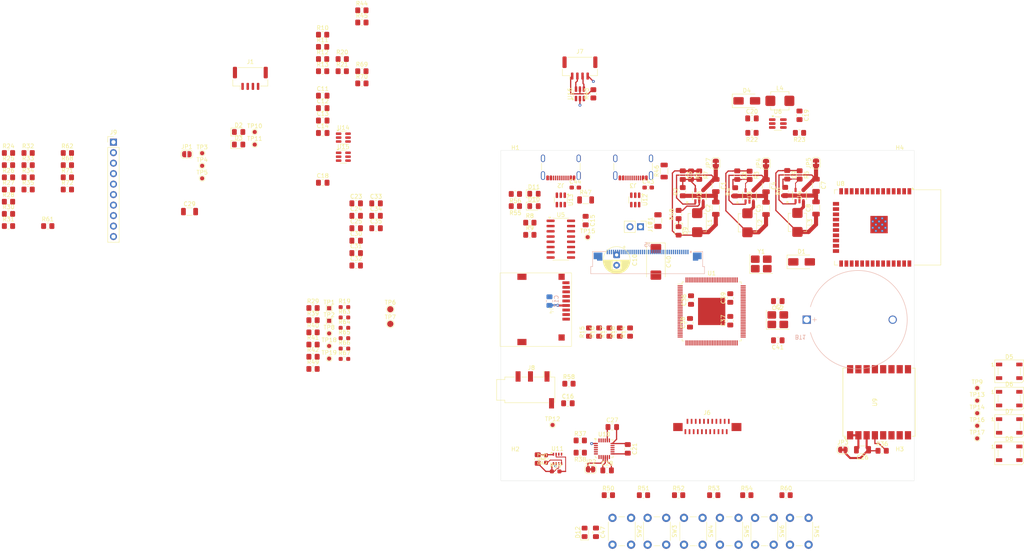
<source format=kicad_pcb>
(kicad_pcb (version 20241229) (generator "pcbnew") (generator_version "9.0")
  (title_block (title "V3s_Dev_Board") (date "2025/2026") (rev "A") (company "jakub.kmiecik@protonmail.com"))
  (layers (0 "F.Cu" signal) (2 "B.Cu" mixed) (13 "F.Paste" user) (15 "B.Paste" user) (5 "F.SilkS" user "F.Silkscreen") (7 "B.SilkS" user "B.Silkscreen") (1 "F.Mask" user) (3 "B.Mask" user) (25 "Edge.Cuts" user))
  (net 0 "")
  (net 1 "Net-(BT1-+)")
  (net 2 "GND")
  (net 3 "Net-(JP7-A)")
  (net 4 "+3.3V")
  (net 5 "Net-(U2-FB)")
  (net 6 "Net-(JP4-A)")
  (net 7 "+1.8V")
  (net 8 "Net-(U3-FB)")
  (net 9 "Net-(JP5-A)")
  (net 10 "+1.2V")
  (net 11 "Net-(U4-FB)")
  (net 12 "VCC")
  (net 13 "Net-(J1-Pin_1)")
  (net 14 "EPHY-RX-")
  (net 15 "EPHY-RX+")
  (net 16 "Net-(J1-Pin_2)")
  (net 17 "Net-(J1-Pin_3)")
  (net 18 "EPHY-TX-")
  (net 19 "Net-(J1-Pin_4)")
  (net 20 "EPHY-TX+")
  (net 21 "Net-(C16-Pad1)")
  (net 22 "LED_A")
  (net 23 "Net-(U1A-HPVCCBP)")
  (net 24 "Net-(U1A-VRA2)")
  (net 25 "Net-(U1A-VRA1)")
  (net 26 "Net-(JP3-B)")
  (net 27 "Net-(U10-CPOUT)")
  (net 28 "Net-(U10-REGOUT)")
  (net 29 "Net-(U1B-X32KOUT)")
  (net 30 "Net-(U1B-X32KIN)")
  (net 31 "Net-(U1B-RTC-VIO)")
  (net 32 "Net-(U1B-~{RESET})")
  (net 33 "Net-(U1B-SVREF0)")
  (net 34 "+3V")
  (net 35 "Net-(U1B-X24MIN)")
  (net 36 "Net-(U1B-X24MOUT)")
  (net 37 "Net-(U12-VBUS)")
  (net 38 "Net-(U13-VBUS)")
  (net 39 "LRADC")
  (net 40 "Net-(D2-K)")
  (net 41 "EPHY-LINK-LED")
  (net 42 "EPHY-SPD-LED")
  (net 43 "Net-(D3-K)")
  (net 44 "Net-(D4-A)")
  (net 45 "Net-(D5-DOUT)")
  (net 46 "RGB")
  (net 47 "Net-(D6-DOUT)")
  (net 48 "Net-(D7-DOUT)")
  (net 49 "Net-(D8-DOUT)")
  (net 50 "Net-(D9-K)")
  (net 51 "Net-(D10-K)")
  (net 52 "Net-(D11-K)")
  (net 54 "Net-(J2-CC1)")
  (net 56 "Net-(J2-D+-PadA6)")
  (net 57 "Net-(J2-D--PadA7)")
  (net 58 "Net-(J2-CC2)")
  (net 59 "Net-(J3-D+-PadA6)")
  (net 61 "Net-(J3-CC1)")
  (net 62 "Net-(J3-D--PadA7)")
  (net 64 "Net-(J3-CC2)")
  (net 65 "SDC0_D0")
  (net 66 "SDC0_CMD")
  (net 67 "SDC0_D1")
  (net 69 "SDC0_CLK")
  (net 70 "SDC0_D3")
  (net 71 "SDC0_D2")
  (net 72 "LCD_G6")
  (net 73 "LED_K")
  (net 74 "LCD_B5")
  (net 75 "LCD_VSYNC")
  (net 77 "LCD_R7")
  (net 79 "LCD_G5")
  (net 80 "LCD_B4")
  (net 81 "LCD_B6")
  (net 82 "LCD_R4")
  (net 83 "LCD_G7")
  (net 84 "LCD_B7")
  (net 85 "LCD_G4")
  (net 87 "LCD_HSYNC")
  (net 88 "LCD_G2")
  (net 89 "LCD_DE")
  (net 90 "LCD_B2")
  (net 91 "LCD_CLK")
  (net 93 "LCD_B3")
  (net 94 "LCD_R3")
  (net 95 "LCD_R5")
  (net 96 "LCD_R6")
  (net 97 "LCD_R2")
  (net 99 "LCD_G3")
  (net 100 "MCSI-D0N")
  (net 101 "MCSI-D1P")
  (net 102 "MCSI-CKN")
  (net 103 "CSI_SCK")
  (net 104 "MCSI-CKP")
  (net 105 "Net-(J6-Pin_18)")
  (net 106 "CAM_IO0")
  (net 107 "MCSI-D1N")
  (net 109 "MCSI-D0P")
  (net 112 "CSI_SDA")
  (net 114 "TWI0_SCK")
  (net 115 "TWI0_SDA")
  (net 116 "Net-(J7-Pin_1)")
  (net 117 "Net-(J8-PadS)")
  (net 118 "HPOUTR")
  (net 119 "HPCOM")
  (net 120 "HPOUTL")
  (net 121 "Net-(J9-Pin_2)")
  (net 122 "Net-(J9-Pin_7)")
  (net 123 "Net-(J9-Pin_3)")
  (net 124 "Net-(J9-Pin_1)")
  (net 125 "Net-(J9-Pin_5)")
  (net 126 "Net-(J9-Pin_4)")
  (net 127 "Net-(J9-Pin_6)")
  (net 128 "Net-(JP1-B)")
  (net 129 "Net-(JP2-A)")
  (net 130 "Net-(U2-LX)")
  (net 131 "Net-(U3-LX)")
  (net 132 "Net-(U4-LX)")
  (net 133 "Net-(U5-TXD)")
  (net 134 "UART0_RX")
  (net 135 "Net-(U5-RXD)")
  (net 136 "UART0_TX")
  (net 137 "Net-(U1A-EPHY-RTX)")
  (net 138 "Net-(R19-Pad2)")
  (net 139 "LCD_LED_PWM")
  (net 140 "SPI0_MOSI")
  (net 141 "SPI0_CS")
  (net 142 "SPI0_CLK")
  (net 143 "SPI0_MISO")
  (net 144 "PF6")
  (net 145 "SDC1_D0")
  (net 146 "SDC1_D1")
  (net 147 "SDC1_D2")
  (net 148 "SDC1_D3")
  (net 149 "SDC1_CMD")
  (net 150 "RA_RESET")
  (net 151 "Net-(U1B-SZQ)")
  (net 152 "Net-(R50-Pad2)")
  (net 153 "Net-(R51-Pad2)")
  (net 154 "Net-(R52-Pad2)")
  (net 155 "Net-(R53-Pad2)")
  (net 156 "Net-(R54-Pad2)")
  (net 157 "Net-(U11-SDO)")
  (net 158 "Net-(U11-CSB)")
  (net 159 "Net-(R60-Pad2)")
  (net 160 "Net-(U1A-PF2{slash}SDC0_CLK{slash}UART0_TX)")
  (net 161 "Net-(U1A-PE0{slash}CSI_PCLK{slash}LCD_CLK)")
  (net 162 "Net-(U1A-PC1{slash}SDC2_CMD{slash}SPI0_CLK)")
  (net 163 "SDC1_CLK")
  (net 164 "Net-(U1A-PG0{slash}SDC1_CLK{slash}PG_EINT0)")
  (net 165 "ESP32_UART_TX")
  (net 166 "Net-(U8-TXD0{slash}IO1)")
  (net 167 "Net-(U8-RXD0{slash}IO3)")
  (net 168 "ESP32_UART_RX")
  (net 169 "Net-(U1A-MICIN1P)")
  (net 170 "Net-(U1A-MICIN1N)")
  (net 171 "Net-(U8-IO0)")
  (net 172 "Net-(U5-~{DTR})")
  (net 173 "USB-")
  (net 174 "RA_INT")
  (net 175 "USB+")
  (net 176 "Net-(U5-UD-)")
  (net 184 "Net-(U5-UD+)")
  (footprint "Capacitor_SMD:C_0805_2012Metric_Pad1.18x1.45mm_HandSolder" (layer "F.Cu") (at 191 92.25 90)
    (property "Reference" "C36")
    (property "Value" "4u7")
  )
  (footprint "LED_SMD:LED_0805_2012Metric_Pad1.15x1.40mm_HandSolder" (layer "F.Cu") (at 153 66.5)
    (property "Reference" "D11")
    (property "Value" "LED-Y")
  )
  (footprint "MountingHole:MountingHole_3.2mm_M3" (layer "F.Cu") (at 148.5 59.5)
    (property "Reference" "H1")
    (property "Value" "MountingHole")
  )
  (footprint "TestPoint:TestPoint_Pad_D1.0mm" (layer "F.Cu") (at 260.25 125.75)
    (property "Reference" "TP17")
    (property "Value" "RGB4")
  )
  (footprint "Capacitor_SMD:C_0805_2012Metric_Pad1.18x1.45mm_HandSolder" (layer "F.Cu") (at 101.89 63.825)
    (property "Reference" "C18")
    (property "Value" "1u")
  )
  (footprint "Resistor_SMD:R_0805_2012Metric_Pad1.20x1.40mm_HandSolder" (layer "F.Cu") (at 25.85 74.325)
    (property "Reference" "R31")
    (property "Value" "10K")
  )
  (footprint "Connector_FFC-FPC:FPC_1x22-1MP_P0.5mm_Vertical" (layer "F.Cu") (at 194.89 122.625)
    (property "Reference" "J6")
    (property "Value" "MIPI CSI")
  )
  (footprint "Resistor_SMD:R_0805_2012Metric_Pad1.20x1.40mm_HandSolder" (layer "F.Cu") (at 168.75 100 90)
    (property "Reference" "R16")
    (property "Value" "10K")
  )
  (footprint "TestPoint:TestPoint_Pad_D1.0mm" (layer "F.Cu") (at 157.5 122.5)
    (property "Reference" "TP12")
    (property "Value" "MIC")
  )
  (footprint "Resistor_SMD:R_0805_2012Metric_Pad1.20x1.40mm_HandSolder" (layer "F.Cu") (at 196.5 139.5)
    (property "Reference" "R53")
    (property "Value" "12K")
  )
  (footprint "Resistor_SMD:R_0805_2012Metric_Pad1.20x1.40mm_HandSolder" (layer "F.Cu") (at 205.1875 62.0375 -90)
    (property "Reference" "R3")
    (property "Value" "200K")
  )
  (footprint "TestPoint:TestPoint_Pad_D1.0mm" (layer "F.Cu") (at 85.43 51.545)
    (property "Reference" "TP10")
    (property "Value" "CAM_OI0")
  )
  (footprint "Resistor_SMD:R_0805_2012Metric_Pad1.20x1.40mm_HandSolder" (layer "F.Cu") (at 25.85 62.525)
    (property "Reference" "R26")
    (property "Value" "150R")
  )
  (footprint "RF_Module:ESP32-WROOM-32" (layer "F.Cu") (at 235.59 74.655 -90)
    (property "Reference" "U8")
    (property "Value" "ESP32-WROOM-32")
  )
  (footprint "Resistor_SMD:R_0603_1608Metric_Pad0.98x0.95mm_HandSolder" (layer "F.Cu") (at 107.14 106.505)
    (property "Reference" "R67")
    (property "Value" "470R")
  )
  (footprint "Capacitor_SMD:C_0805_2012Metric_Pad1.18x1.45mm_HandSolder" (layer "F.Cu") (at 109.98 80.875)
    (property "Reference" "C31")
    (property "Value" "15p")
  )
  (footprint "Capacitor_SMD:C_0805_2012Metric_Pad1.18x1.45mm_HandSolder" (layer "F.Cu") (at 212 92.5 180)
    (property "Reference" "C42")
    (property "Value" "10p")
  )
  (footprint "Capacitor_THT:CP_Radial_D6.3mm_P2.50mm" (layer "F.Cu") (at 173 81.317621 -90)
    (property "Reference" "C10")
    (property "Value" "860u")
  )
  (footprint "Connector_PinHeader_2.54mm:PinHeader_1x10_P2.54mm_Vertical" (layer "F.Cu") (at 51.25 54.01)
    (property "Reference" "J9")
    (property "Value" "GPIO")
  )
  (footprint "Capacitor_SMD:C_0805_2012Metric_Pad1.18x1.45mm_HandSolder" (layer "F.Cu") (at 101.89 42.755)
    (property "Reference" "C11")
    (property "Value" "47n")
  )
  (footprint "Resistor_SMD:R_0805_2012Metric_Pad1.20x1.40mm_HandSolder" (layer "F.Cu") (at 30.6 56.625)
    (property "Reference" "R32")
    (property "Value" "10K")
  )
  (footprint "Inductor_SMD:L_APV_APH0420_HandSolder" (layer "F.Cu") (at 204.65 73.5375 -90)
    (property "Reference" "L2")
    (property "Value" "4u7")
  )
  (footprint "LED_SMD:LED_0805_2012Metric_Pad1.15x1.40mm_HandSolder" (layer "F.Cu") (at 153 69.5)
    (property "Reference" "D10")
    (property "Value" "LED-R")
  )
  (footprint "Crystal:Crystal_SMD_3225-4Pin_3.2x2.5mm_HandSoldering" (layer "F.Cu") (at 212 97)
    (property "Reference" "Y2")
    (property "Value" "24M")
  )
  (footprint "Resistor_SMD:R_0805_2012Metric_Pad1.20x1.40mm_HandSolder" (layer "F.Cu") (at 99.54 97.125)
    (property "Reference" "R39")
    (property "Value" "12K")
  )
  (footprint "Resistor_SMD:R_0805_2012Metric_Pad1.20x1.40mm_HandSolder" (layer "F.Cu") (at 25.85 71.375)
    (property "Reference" "R30")
    (property "Value" "10K")
  )
  (footprint "Package_SO:SOIC-16_3.9x9.9mm_P1.27mm" (layer "F.Cu") (at 159.5 77.5)
    (property "Reference" "U5")
    (property "Value" "CH340C")
  )
  (footprint "Resistor_SMD:R_0805_2012Metric_Pad1.20x1.40mm_HandSolder" (layer "F.Cu") (at 25.85 65.475)
    (property "Reference" "R27")
    (property "Value" "150R")
  )
  (footprint "Resistor_SMD:R_0805_2012Metric_Pad1.20x1.40mm_HandSolder" (layer "F.Cu") (at 40.1 59.575)
    (property "Reference" "R68")
    (property "Value" "100K")
  )
  (footprint "Inductor_SMD:L_APV_APH0420_HandSolder" (layer "F.Cu") (at 212.5 44)
    (property "Reference" "L4")
    (property "Value" "4u7")
  )
  (footprint "Resistor_SMD:R_0805_2012Metric_Pad1.20x1.40mm_HandSolder" (layer "F.Cu") (at 99.54 105.975)
    (property "Reference" "R42")
    (property "Value" "240R 1%")
  )
  (footprint "Resistor_SMD:R_0805_2012Metric_Pad1.20x1.40mm_HandSolder" (layer "F.Cu") (at 176.25 100 90)
    (property "Reference" "R14")
    (property "Value" "10K")
  )
  (footprint "Resistor_SMD:R_0805_2012Metric_Pad1.20x1.40mm_HandSolder" (layer "F.Cu") (at 204.5 139.5)
    (property "Reference" "R54")
    (property "Value" "18K")
  )
  (footprint "Package_TO_SOT_SMD:SOT-23-6" (layer "F.Cu") (at 159.5 68 -90)
    (property "Reference" "U13")
    (property "Value" "USBLC6-2SC6")
  )
  (footprint "Resistor_SMD:R_0805_2012Metric_Pad1.20x1.40mm_HandSolder" (layer "F.Cu") (at 148.5 66.55 180)
    (property "Reference" "R56")
    (property "Value" "2K")
  )
  (footprint "MountingHole:MountingHole_3.2mm_M3" (layer "F.Cu") (at 148.5 132.5)
    (property "Reference" "H2")
    (property "Value" "MountingHole")
  )
  (footprint "Resistor_SMD:R_0805_2012Metric_Pad1.20x1.40mm_HandSolder" (layer "F.Cu") (at 111.36 25.025)
    (property "Reference" "R45")
    (property "Value" "10K")
  )
  (footprint "RF_Module:Ai-Thinker-Ra-01-LoRa" (layer "F.Cu") (at 236.5 117 90)
    (property "Reference" "U9")
    (property "Value" "Ai-Thinker-Ra-02")
  )
  (footprint "TestPoint:TestPoint_Pad_D1.0mm" (layer "F.Cu") (at 260.25 122.7)
    (property "Reference" "TP16")
    (property "Value" "RGB3")
  )
  (footprint "Capacitor_SMD:C_1206_3216Metric" (layer "F.Cu") (at 69.66 70.825)
    (property "Reference" "C29")
    (property "Value" "10u")
  )
  (footprint "Resistor_SMD:R_0805_2012Metric_Pad1.20x1.40mm_HandSolder" (layer "F.Cu") (at 152 76.45)
    (property "Reference" "R9")
    (property "Value" "150R")
  )
  (footprint "Resistor_SMD:R_0805_2012Metric_Pad1.20x1.40mm_HandSolder" (layer "F.Cu") (at 111.36 22.075)
    (property "Reference" "R44")
    (property "Value" "10K")
  )
  (footprint "Button_Switch_THT:SW_PUSH_6mm" (layer "F.Cu") (at 185 145 -90)
    (property "Reference" "SW3")
    (property "Value" "BUT2")
  )
  (footprint "Resistor_SMD:R_0805_2012Metric_Pad1.20x1.40mm_HandSolder" (layer "F.Cu") (at 188 139.5)
    (property "Reference" "R52")
    (property "Value" "10K")
  )
  (footprint "Capacitor_SMD:C_0805_2012Metric_Pad1.18x1.45mm_HandSolder" (layer "F.Cu") (at 101.89 51.785)
    (property "Reference" "C14")
    (property "Value" "47n")
  )
  (footprint "Capacitor_SMD:C_1206_3216Metric" (layer "F.Cu") (at 221.25 69.95 90)
    (property "Reference" "C8")
    (property "Value" "10u")
  )
  (footprint "Inductor_SMD:L_APV_APH0420_HandSolder" (layer "F.Cu") (at 192.5 73.5 -90)
    (property "Reference" "L1")
    (property "Value" "4u7")
  )
  (footprint "Resistor_SMD:R_0805_2012Metric_Pad1.20x1.40mm_HandSolder" (layer "F.Cu") (at 99.54 108.925)
    (property "Reference" "R49")
    (property "Value" "10M")
  )
  (footprint "Resistor_SMD:R_0805_2012Metric_Pad1.20x1.40mm_HandSolder" (layer "F.Cu") (at 171.25 100 90)
    (property "Reference" "R17")
    (property "Value" "10K")
  )
  (footprint "Resistor_SMD:R_0805_2012Metric_Pad1.20x1.40mm_HandSolder" (layer "F.Cu") (at 164.2 129.2 180)
    (property "Reference" "R38")
    (property "Value" "4K7")
  )
  (footprint "Capacitor_SMD:C_0603_1608Metric_Pad1.08x0.95mm_HandSolder" (layer "F.Cu") (at 180.6375 65)
    (property "Reference" "C43")
    (property "Value" "100n")
  )
  (footprint "Resistor_SMD:R_0805_2012Metric_Pad1.20x1.40mm_HandSolder" (layer "F.Cu") (at 213.7875 65.95 90)
    (property "Reference" "R6")
    (property "Value" "100K")
  )
  (footprint "TestPoint:TestPoint_Pad_D1.0mm" (layer "F.Cu") (at 103.44 106.425)
    (property "Reference" "TP19")
    (property "Value" "PF6")
  )
  (footprint "Capacitor_SMD:C_0805_2012Metric_Pad1.18x1.45mm_HandSolder" (layer "F.Cu") (at 212 102 180)
    (property "Reference" "C41")
    (property "Value" "10p")
  )
  (footprint "Package_TO_SOT_SMD:SOT-23-6" (layer "F.Cu") (at 106.87 57.525)
    (property "Reference" "U15")
    (property "Value" "USBLC6-2SC6")
  )
  (footprint "Resistor_SMD:R_0603_1608Metric_Pad0.98x0.95mm_HandSolder" (layer "F.Cu") (at 107.14 96.465)
    (property "Reference" "R63")
    (property "Value" "33R")
  )
  (footprint "TestPoint:TestPoint_Pad_1.0x1.0mm" (layer "F.Cu") (at 103.44 97.275)
    (property "Reference" "TP2")
    (property "Value" "MIC-")
  )
  (footprint "Capacitor_SMD:C_0805_2012Metric_Pad1.18x1.45mm_HandSolder" (layer "F.Cu") (at 109.98 74.855)
    (property "Reference" "C25")
    (property "Value" "1u")
  )
  (footprint "Resistor_SMD:R_0805_2012Metric_Pad1.20x1.40mm_HandSolder" (layer "F.Cu") (at 179.5 139.5)
    (property "Reference" "R51")
    (property "Value" "7K5")
  )
  (footprint "Capacitor_SMD:C_0805_2012Metric_Pad1.18x1.45mm_HandSolder" (layer "F.Cu") (at 202.1875 62 -90)
    (property "Reference" "C6")
    (property "Value" "22p")
  )
  (footprint "TestPoint:TestPoint_Pad_D1.0mm" (layer "F.Cu") (at 166 77)
    (property "Reference" "TP15")
    (property "Value" "DTR")
  )
  (footprint "Diode_SMD:D_SMA" (layer "F.Cu") (at 217.75 83)
    (property "Reference" "D1")
    (property "Value" "SS14")
  )
  (footprint "Resistor_SMD:R_0805_2012Metric_Pad1.20x1.40mm_HandSolder" (layer "F.Cu") (at 101.86 27.975)
    (property "Reference" "R10")
    (property "Value" "5K1")
  )
  (footprint "footprints:SY8089AAAC_SGY" (layer "F.Cu") (at 217.25 66.95 90)
    (property "Reference" "U4")
    (property "Value" "SY8089AAAC")
  )
  (footprint "LED_SMD:LED_0805_2012Metric_Pad1.15x1.40mm_HandSolder" (layer "F.Cu") (at 165.25 148.5 90)
    (property "Reference" "D12")
    (property "Value" "LED-B")
  )
  (footprint "Capacitor_SMD:C_1206_3216Metric" (layer "F.Cu") (at 221.25 64.45 -90)
    (property "Reference" "C7")
    (property "Value" "10u")
  )
  (footprint "TestPoint:TestPoint_Pad_D1.0mm" (layer "F.Cu") (at 72.71 56.675)
    (property "Reference" "TP3")
    (property "Value" "ESPTX")
  )
  (footprint "Jumper:SolderJumper-2_P1.3mm_Bridged_RoundedPad1.0x1.5mm" (layer "F.Cu") (at 197 59.15 90)
    (property "Reference" "JP7")
    (property "Value" "pwr")
  )
  (footprint "Resistor_SMD:R_1206_3216Metric" (layer "F.Cu") (at 165.5 68)
    (property "Reference" "R47")
    (property "Value" "1R")
  )
  (footprint "Resistor_SMD:R_0805_2012Metric_Pad1.20x1.40mm_HandSolder" (layer "F.Cu") (at 30.6 62.525)
    (property "Reference" "R34")
    (property "Value" "10K")
  )
  (footprint "Resistor_SMD:R_0805_2012Metric_Pad1.20x1.40mm_HandSolder" (layer "F.Cu") (at 167.375 42.3 90)
    (property "Reference" "R43")
    (property "Value" "3R3")
  )
  (footprint "Capacitor_SMD:C_1206_3216Metric" (layer "F.Cu") (at 197 64.5 -90)
    (property "Reference" "C1")
    (property "Value" "10u")
  )
  (footprint "Resistor_SMD:R_0603_1608Metric_Pad0.98x0.95mm_HandSolder" (layer "F.Cu") (at 107.14 98.975)
    (property "Reference" "R64")
    (property "Value" "33R")
  )
  (footprint "Resistor_SMD:R_0805_2012Metric_Pad1.20x1.40mm_HandSolder" (layer "F.Cu") (at 111.36 39.775)
    (property "Reference" "R70")
    (property "Value" "4K7")
  )
  (footprint "Resistor_SMD:R_0805_2012Metric_Pad1.20x1.40mm_HandSolder" (layer "F.Cu") (at 99.54 100.075)
    (property "Reference" "R40")
    (property "Value" "2K")
  )
  (footprint "Capacitor_SMD:C_1206_3216Metric" (layer "F.Cu") (at 209.15 64.5375 -90)
    (property "Reference" "C4")
    (property "Value" "10u")
  )
  (footprint "Resistor_SMD:R_0805_2012Metric_Pad1.20x1.40mm_HandSolder" (layer "F.Cu") (at 166.3 100 90)
    (property "Reference" "R15")
    (property "Value" "10K")
  )
  (footprint "Jumper:SolderJumper-2_P1.3mm_Bridged_RoundedPad1.0x1.5mm" (layer "F.Cu") (at 209.15 59.1875 90)
    (property "Reference" "JP4")
    (property "Value" "pwr")
  )
  (footprint "Connector_PinHeader_2.54mm:PinHeader_1x02_P2.54mm_Vertical" (layer "F.Cu") (at 178.775 74.5 -90)
    (property "Reference" "J10")
    (property "Value" "Power")
  )
  (footprint "LED_SMD:LED_WS2812B_PLCC4_5.0x5.0mm_P3.2mm" (layer "F.Cu") (at 268 116.12)
    (property "Reference" "D6")
    (property "Value" "WS2812B")
  )
  (footprint "LED_SMD:LED_WS2812B_PLCC4_5.0x5.0mm_P3.2mm" (layer "F.Cu") (at 268 109.5)
    (property "Reference" "D5")
    (property "Value" "WS2812B")
  )
  (footprint "Capacitor_SMD:C_0805_2012Metric_Pad1.18x1.45mm_HandSolder" (layer "F.Cu") (at 170.7 133.5)
    (property "Reference" "C28")
    (property "Value" "100n")
  )
  (footprint "Jumper:SolderJumper-2_P1.3mm_Bridged_RoundedPad1.0x1.5mm" (layer "F.Cu") (at 166.7 133.25)
    (property "Reference" "JP2")
    (property "Value" "ADRES")
  )
  (footprint "TestPoint:TestPoint_Pad_D1.0mm" (layer "F.Cu") (at 260.25 119.65)
    (property "Reference" "TP14")
    (property "Value" "RGB2")
  )
  (footprint "Jumper:SolderJumper-2_P1.3mm_Open_RoundedPad1.0x1.5mm" (layer "F.Cu") (at 69.01 56.925)
    (property "Reference" "JP1")
    (property "Value" "wlan_off")
  )
  (footprint "Button_Switch_THT:SW_PUSH_6mm" (layer "F.Cu") (at 193.8 145 -90)
    (property "Reference" "SW4")
    (property "Value" "BUT3")
  )
  (footprint "Capacitor_SMD:C_0805_2012Metric_Pad1.18x1.45mm_HandSolder" (layer "F.Cu") (at 101.89 45.765)
    (property "Reference" "C12")
    (property "Value" "47n")
  )
  (footprint "Resistor_SMD:R_0805_2012Metric_Pad1.20x1.40mm_HandSolder" (layer "F.Cu") (at 106.61 36.825)
    (property "Reference" "R21")
    (property "Value" "2K")
  )
  (footprint "Capacitor_SMD:C_1206_3216Metric" (layer "F.Cu") (at 197 70 90)
    (property "Reference" "C2")
    (property "Value" "10u")
  )
  (footprint "Resistor_SMD:R_0805_2012Metric_Pad1.20x1.40mm_HandSolder" (layer "F.Cu") (at 25.85 59.575)
    (property "Reference" "R25")
    (property "Value" "150R")
  )
  (footprint "Resistor_SMD:R_0805_2012Metric_Pad1.20x1.40mm_HandSolder" (layer "F.Cu") (at 188 71.525 90)
    (property "Reference" "R48")
    (property "Value" "7K5")
  )
  (footprint "TestPoint:TestPoint_Pad_D1.0mm" (layer "F.Cu") (at 103.44 103.375)
    (property "Reference" "TP18")
    (property "Value" "CAM_IO0")
  )
  (footprint "LED_SMD:LED_0805_2012Metric_Pad1.15x1.40mm_HandSolder" (layer "F.Cu") (at 188 75.5 -90)
    (property "Reference" "D9")
    (property "Value" "LED-G")
  )
  (footprint "footprints:SY8089AAAC_SGY" (layer "F.Cu") (at 205.15 67.0375 90)
    (property "Reference" "U3")
    (property "Value" "SY8089AAAC")
  )
  (footprint "Resistor_SMD:R_0805_2012Metric_Pad1.20x1.40mm_HandSolder" (layer "F.Cu") (at 193 62 -90)
    (property "Reference" "R7")
    (property "Value" "680K")
  )
  (footprint "Resistor_SMD:R_0603_1608Metric_Pad0.98x0.95mm_HandSolder" (layer "F.Cu") (at 107.14 101.485)
    (property "Reference" "R65")
    (property "Value" "33R")
  )
  (footprint "Resistor_SMD:R_0805_2012Metric_Pad1.20x1.40mm_HandSolder" (layer "F.Cu") (at 189 66 90)
    (property "Reference" "R2")
    (property "Value" "75K")
  )
  (footprint "Connector_JST:JST_GH_BM04B-GHS-TBT_1x04-1MP_P1.25mm_Vertical" (layer "F.Cu") (at 84.37 38.545)
    (property "Reference" "J1")
    (property "Value" "JST_ETHERNET")
  )
  (footprint "Capacitor_SMD:C_0805_2012Metric_Pad1.18x1.45mm_HandSolder" (layer "F.Cu") (at 109.98 68.835)
    (property "Reference" "C23")
    (property "Value" "10u")
  )
  (footprint "Capacitor_SMD:C_0805_2012Metric_Pad1.18x1.45mm_HandSolder" (layer "F.Cu") (at 161.2125 117.25)
    (property "Reference" "C16")
    (property "Value" "100n")
  )
  (footprint "Resistor_SMD:R_0805_2012Metric_Pad1.20x1.40mm_HandSolder" (layer "F.Cu") (at 152 73.5)
    (property "Reference" "R8")
    (property "Value" "150R")
  )
  (footprint "Package_TO_SOT_SMD:SOT-23-6" (layer "F.Cu") (at 164.125 42.3 90)
    (property "Reference" "U16")
    (property "Value" "USBLC6-2SC6")
  )
  (footprint "Resistor_SMD:R_0805_2012Metric_Pad1.20x1.40mm_HandSolder" (layer "F.Cu") (at 205.75 51.75 180)
    (property "Reference" "R22")
    (property "Value" "10R")
  )
  (footprint "Resistor_SMD:R_0805_2012Metric_Pad1.20x1.40mm_HandSolder" (layer "F.Cu") (at 161.4625 112.5)
    (property "Reference" "R58")
    (property "Value" "22R")
  )
  (footprint "Sensor_Motion:InvenSense_QFN-24_4x4mm_P0.5mm" (layer "F.Cu") (at 170 128.25)
    (property "Reference" "U10")
    (property "Value" "MPU-6050")
  )
  (footprint "Capacitor_SMD:C_0805_2012Metric_Pad1.18x1.45mm_HandSolder" (layer "F.Cu") (at 189 62 -90)
    (property "Reference" "C3")
    (property "Value" "22p")
  )
  (footprint "Resistor_SMD:R_0805_2012Metric_Pad1.20x1.40mm_HandSolder" (layer "F.Cu") (at 191 62 -90)
    (property "Reference" "R1")
    (property "Value" "680K")
  )
  (footprint "TestPoint:TestPoint_Pad_D1.0mm" (layer "F.Cu") (at 72.71 59.725)
    (property "Reference" "TP4")
    (property "Value" "EXPRX")
  )
  (footprint "Capacitor_SMD:C_0805_2012Metric_Pad1.18x1.45mm_HandSolder" (layer "F.Cu") (at 171.95 123)
    (property "Reference" "C27")
    (property "Value" "2n2")
  )
  (footprint "Resistor_SMD:R_0805_2012Metric_Pad1.20x1.40mm_HandSolder" (layer "F.Cu") (at 30.6 59.575)
    (property "Reference" "R33")
    (property "Value" "10K")
  )
  (footprint "Crystal:Crystal_SMD_3225-4Pin_3.2x2.5mm_HandSoldering" (layer "F.Cu") (at 208 83.5)
    (property "Reference" "Y1")
    (property "Value" "24M")
  )
  (footprint "Resistor_SMD:R_0805_2012Metric_Pad1.20x1.40mm_HandSolder" (layer "F.Cu") (at 171 139.5)
    (property "Reference" "R50")
    (property "Value" "5K1")
  )
  (footprint "Resistor_SMD:R_0603_1608Metric_Pad0.98x0.95mm_HandSolder" (layer "F.Cu") (at 155.9125 130.75 90)
    (property "Reference" "R57")
    (property "Value" "10K")
  )
  (footprint "Resistor_SMD:R_0805_2012Metric_Pad1.20x1.40mm_HandSolder" (layer "F.Cu") (at 30.6 65.475)
    (property "Reference" "R35")
    (property "Value" "10K")
  )
  (footprint "TestPoint:TestPoint_Pad_D1.0mm" (layer "F.Cu") (at 85.43 54.595)
    (property "Reference" "TP11")
    (property "Value" "CAM_IO1")
  )
  (footprint "Capacitor_SMD:C_0805_2012Metric_Pad1.18x1.45mm_HandSolder" (layer "F.Cu") (at 175.7 128.2875 -90)
    (property "Reference" "C21")
    (property "Value" "100n")
  )
  (footprint "LED_SMD:LED_0805_2012Metric_Pad1.15x1.40mm_HandSolder" (layer "F.Cu") (at 81.535 51.54)
    (property "Reference" "D2")
    (property "Value" "LED")
  )
  (footprint "Button_Switch_THT:SW_PUSH_6mm" (layer "F.Cu") (at 202.5 145 -90)
    (property "Reference" "SW5")
    (property "Value" "BUT4")
  )
  (footprint "Package_LGA:Bosch_LGA-8_2.5x2.5mm_P0.65mm_ClockwisePinNumbering" (layer "F.Cu") (at 158.6875 130.725)
    (property "Reference" "U11")
    (property "Value" "BME280")
  )
  (footprint "Resistor_SMD:R_0805_2012Metric_Pad1.20x1.40mm_HandSolder" (layer "F.Cu") (at 217.25 51.75 180)
    (property "Reference" "R23")
    (property "Value" "10K")
  )
  (footprint "Resistor_SMD:R_0805_2012Metric_Pad1.20x1.40mm_HandSolder" (layer "F.Cu") (at 106.61 33.875)
    (property "Reference" "R20")
    (property "Value" "2K")
  )
  (footprint "Capacitor_SMD:C_0805_2012Metric_Pad1.18x1.45mm_HandSolder" (layer "F.Cu") (at 168 148.5 -90)
    (property "Reference" "C47")
    (property "Value" "1n")
  )
  (footprint "Jumper:SolderJumper-2_P1.3mm_Bridged_RoundedPad1.0x1.5mm" (layer "F.Cu") (at 227.75 128.5)
    (property "Reference" "JP3")
    (property "Value" "pwr")
  )
  (footprint "Resistor_SMD:R_0805_2012Metric_Pad1.20x1.40mm_HandSolder" (layer "F.Cu") (at 101.86 33.875)
    (property "Reference" "R12")
    (property "Value" "5K1")
  )
  (footprint "Fuse:Fuse_1206_3216Metric" (layer "F.Cu") (at 183 73 90)
    (property "Reference" "F1")
    (property "Value" "PCB fuse")
  )
  (footprint "Resistor_SMD:R_0805_2012Metric_Pad1.20x1.40mm_HandSolder" (layer "F.Cu") (at 164.2 126.25)
    (property "Reference" "R37")
    (property "Value" "4K7")
  )
  (footprint "Capacitor_SMD:C_1206_3216Metric" (layer "F.Cu") (at 232.5 128.5 180)
    (property "Reference" "C26")
    (property "Value" "10u")
  )
  (footprint "Capacitor_SMD:C_0805_2012Metric_Pad1.18x1.45mm_HandSolder" (layer "F.Cu") (at 114.79 71.845)
    (property "Reference" "C34")
    (property "Value" "100n")
  )
  (footprint "Resistor_SMD:R_0805_2012Metric_Pad1.20x1.40mm_HandSolder" (layer "F.Cu") (at 148.5 69.5 180)
    (property "Reference" "R55")
    (property "Value" "2K")
  )
  (footprint "TestPoint:TestPoint_Pad_D1.0mm" (layer "F.Cu") (at 72.71 62.775)
    (property "Reference" "TP5")
    (property "Value" "BOOT")
  )
  (footprint "Resistor_SMD:R_0603_1608Metric_Pad0.98x0.95mm_HandSolder" (layer "F.Cu") (at 107.14 93.955)
    (property "Reference" "R19")
    (property "Value" "5K6")
  )
  (footprint "Capacitor_SMD:C_0805_2012Metric_Pad1.18x1.45mm_HandSolder" (layer "F.Cu") (at 190.75 97.75 90)
    (property "Reference" "C38")
    (property "Value" "4u7")
  )
  (footprint "Resistor_SMD:R_0805_2012Metric_Pad1.20x1.40mm_HandSolder" (layer "F.Cu") (at 40.1 65.475)
    (property "Reference" "R72")
    (property "Value" "150R")
  )
  (footprint "TestPoint:TestPoint_Pad_1.0x1.0mm" (layer "F.Cu") (at 103.44 94.225)
    (property "Reference" "TP1")
    (property "Value" "MIC+")
  )
  (footprint "LED_SMD:LED_WS2812B_PLCC4_5.0x5.0mm_P3.2mm" (layer "F.Cu") (at 268 129.36)
    (property "Reference" "D8")
    (property "Value" "WS2812B")
  )
  (footprint "Resistor_SMD:R_0805_2012Metric_Pad1.20x1.40mm_HandSolder" (layer "F.Cu") (at 40.1 62.525)
    (property "Reference" "R71")
    (property "Value" "150R")
  )
  (footprint "Connector_USB:USB_C_Receptacle_GCT_USB4105-xx-A_16P_TopMnt_Horizontal" (layer "F.Cu") (at 159.5 59 180)
    (property "Reference" "J2")
    (property "Value" "USB_C_Receptacle_USB2.0_16P")
  )
  (footprint "Resistor_SMD:R_0805_2012Metric_Pad1.20x1.40mm_HandSolder" (layer "F.Cu") (at 25.85 68.425)
    (property "Reference" "R28")
    (property "Value" "150R")
  )
  (footprint "Resistor_SMD:R_0603_1608Metric_Pad0.98x0.95mm_HandSolder" (layer "F.Cu") (at 158.25 133.75)
    (property "Reference" "R59")
    (property "Value" "10K")
  )
  (footprint "TestPoint:TestPoint_Pad_D1.0mm" (layer "F.Cu") (at 260.25 116.6)
    (property "Reference" "TP13")
    (property "Value" "RGB1")
  )
  (footprint "MountingHole:MountingHole_3.2mm_M3" (layer "F.Cu") (at 241.5 59.5)
    (property "Reference" "H4")
    (property "Value" "MountingHole")
  )
  (footprint "TestPoint:TestPoint_Pad_D1.0mm" (layer "F.Cu") (at 103.44 100.325)
    (property "Reference" "TP8")
    (property "Value" "LRADC")
  )
  (footprint "Capacitor_SMD:C_0805_2012Metric_Pad1.18x1.45mm_HandSolder" (layer "F.Cu") (at 101.89 48.775)
    (property "Reference" "C13")
    (property "Value" "47n")
  )
  (footprint "footprints:SY8089AAAC_SGY" (layer "F.Cu") (at 193 67 90)
    (property "Reference" "U2")
    (property "Value" "SY8089AAAC")
  )
  (footprint "Resistor_SMD:R_0805_2012Metric_Pad1.20x1.40mm_HandSolder" (layer "F.Cu") (at 99.54 103.025)
    (property "Reference" "R41")
    (property "Value" "2K")
  )
  (footprint "Resistor_SMD:R_0805_2012Metric_Pad1.20x1.40mm_HandSolder" (layer "F.Cu") (at 217.2875 61.95 -90)
    (property "Reference" "R5")
    (property "Value" "100K")
  )
  (footprint "Resistor_SMD:R_0805_2012Metric_Pad1.20x1.40mm_HandSolder" (layer "F.Cu") (at 35.35 74.325)
    (property "Reference" "R61")
    (property "Value" "150R")
  )
  (footprint "Resistor_SMD:R_0805_2012Metric_Pad1.20x1.40mm_HandSolder" (layer "F.Cu") (at 25.85 56.625)
    (property "Reference" "R24")
    (property "Value" "150R")
  )
  (footprint "Resistor_SMD:R_0805_2012Metric_Pad1.20x1.40mm_HandSolder" (layer "F.Cu") (at 99.54 94.175)
    (property "Reference" "R29")
    (property "Value" "200K")
  )
  (footprint "Button_Switch_THT:SW_PUSH_6mm" (layer "F.Cu") (at 211 145 -90)
    (property "Reference" "SW6")
    (property "Value" "BUT5")
  )
  (footprint "Inductor_SMD:L_APV_APH0420_HandSolder" (layer "F.Cu") (at 216.75 73.45 -90)
    (property "Reference" "L3")
    (property "Value" "4u7")
  )
  (footprint "MountingHole:MountingHole_3.2mm_M3" (layer "F.Cu") (at 241.5 132.5)
    (property "Reference" "H3")
    (property "Value" "MountingHole")
  )
  (footprint "Resistor_SMD:R_0805_2012Metric_Pad1.20x1.40mm_HandSolder" (layer "F.Cu") (at 101.86 36.825)
    (property "Reference" "R13")
    (property "Value" "5K1")
  )
  (footprint "allwinner_SiPs:eLQFP-128_14x14_Pitch0.4mm_EPAD_6.60mm" (layer "F.Cu") (at 196 95)
    (property "Reference" "U1")
    (property "Value" "Allwinner_V3s")
  )
  (footprint "Resistor_SMD:R_0805_2012Metric_Pad1.20x1.40mm_HandSolder" (layer "F.Cu") (at 201.6875 66.0375 90)
    (property "Reference" "R4")
    (property "Value" "100K")
  )
  (footprint "Connector_Audio:Jack_3.5mm_PJ320D_Horizontal" (layer "F.Cu") (at 152.33 114)
    (property "Reference" "J8")
    (property "Value" "AudioJack")
  )
  (footprint "Capacitor_SMD:C_0805_2012Metric_Pad1.18x1.45mm_HandSolder" (layer "F.Cu") (at 205.75 48.25)
    (property "Reference" "C20")
    (property "Value" "220n")
  )
  (footprint "Capacitor_SMD:C_0805_2012Metric_Pad1.18x1.45mm_HandSolder" (layer "F.Cu") (at 109.98 83.885)
    (property "Reference" "C32")
    (property "Value" "4u7")
  )
  (footprint "Capacitor_SMD:C_0805_2012Metric_Pad1.18x1.45mm_HandSolder" (layer "F.Cu") (at 109.98 77.865)
    (property "Reference" "C30")
    (property "Value" "15p")
  )
  (footprint "Capacitor_SMD:C_0805_2012Metric_Pad1.18x1.45mm_HandSolder" (layer "F.Cu") (at 153.9125 130.75 -90)
    (property "Reference" "C45")
    (property "Value" "100n")
  )
  (footprint "Resistor_SMD:R_0805_2012Metric_Pad1.20x1.40mm_HandSolder" (layer "F.Cu") (at 101.86 30.925)
    (property "Reference" "R11")
    (property "Value" "5K1")
  )
  (footprint "Capacitor_SMD:C_0805_2012Metric_Pad1.18x1.45mm_HandSolder" (layer "F.Cu") (at 114.79 68.835)
    (property "Reference" "C33")
    (property "Value" "220n")
  )
  (footprint "Resistor_SMD:R_0805_2012Metric_Pad1.20x1.40mm_HandSolder" (layer "F.Cu") (at 214 139.5)
    (property "Reference" "R60")
    (property "Value" "33K")
  )
  (footprint "Button_Switch_THT:SW_PUSH_6mm" (layer "F.Cu") (at 176.5 145 -90)
    (property "Reference" "SW2")
    (property "Value" "BUT1")
  )
  (footprint "LED_SMD:LED_0805_2012Metric_Pad1.15x1.40mm_HandSolder" (layer "F.Cu") (at 81.535 54.58)
    (property "Reference" "D3")
    (property "Value" "LED")
  )
  (footprint "Resistor_SMD:R_0805_2012Metric_Pad1.20x1.40mm_HandSolder" (layer "F.Cu") (at 40.1 56.625)
    (property "Reference" "R62")
    (property "Value" "150R")
  )
  (footprint "Connector_JST:JST_GH_BM04B-GHS-TBT_1x04-1MP_P1.25mm_Vertical" (layer "F.Cu") (at 164.125 36.05)
    (property "Reference" "J7")
    (property "Value" "JST_I2C")
  )
  (footprint "Resistor_SMD:R_0805_2012Metric_Pad1.20x1.40mm_HandSolder" (layer "F.Cu") (at 111.36 36.825)
    (property "Reference" "R69")
    (property "Value" "4K7")
  )
  (footprint "Capacitor_SMD:C_1206_3216Metric" (layer "F.Cu") (at 209.15 70.0375 90)
    (property "Reference" "C5")
    (property "Value" "10u")
  )
  (footprint "Capacitor_SMD:C_0805_2012Metric_Pad1.18x1.45mm_HandSolder" (layer "F.Cu") (at 200.5 91.75 90)
    (property "Reference" "C39")
    (property "Value" "2u2")
  )
  (footprint "Capacitor_Tantalum_SMD:CP_EIA-7343-15_Kemet-W_HandSolder" (layer "F.Cu") (at 182.5 83 -90)
    (property "Reference" "C40")
    (property "Value" "330u")
  )
  (footprint "Package_TO_SOT_SMD:SOT-23-6" (layer "F.Cu") (at 177.5 68 -90)
    (property "Reference" "U12")
    (property "Value" "USBLC6-2SC6")
  )
  (footprint "Capacitor_SMD:C_0805_2012Metric_Pad1.18x1.45mm_HandSolder" (layer "F.Cu") (at 214.2875 61.9125 -90)
    (property "Reference" "C9")
    (property "Value" "22p")
  )
  (footprint "TestPoint:TestPoint_Pad_D1.0mm" (layer "F.Cu") (at 260.25 113.55)
    (property "Reference" "TP9")
    (property "Value" "DOUT")
  )
  (footprint "Connector_USB:USB_C_Receptacle_GCT_USB4105-xx-A_16P_TopMnt_Horizontal" (layer "F.Cu") (at 177 59 180)
    (property "Reference" "J3")
    (property "Value" "USB_C_Receptacle_USB2.0_16P")
  )
  (footprint "Package_TO_SOT_SMD:SOT-23-6_Handsoldering" (layer "F.Cu") (at 212 49.5)
    (property "Reference" "U6")
    (property "Value" "PT4103")
  )
  (footprint "Capacitor_SMD:C_0805_2012Metric_Pad1.18x1.45mm_HandSolder" (layer "F.Cu") (at 114.79 74.855)
    (property "Reference" "C35")
    (property "Value" "100n")
  )
  (footprint "Capacitor_SMD:C_0805_2012Metric_Pad1.18x1.45mm_HandSolder" (layer "F.Cu") (at 200.5 97.25 90)
    (property "Reference" "C37")
    (property "Value" "4u7")
  )
  (footprint "Button_Switch_THT:SW_PUSH_6mm" (layer "F.Cu") (at 219.45 145 -90)
    (property "Reference" "SW1")
    (property "Value" "BUT6")
  )
  (footprint "Resistor_SMD:R_0805_2012Metric_Pad1.20x1.40mm_HandSolder" (layer "F.Cu") (at 237.25 128.75)
    (property "Reference" "R36")
    (property "Value" "10K")
  )
  (footprint "Capacitor_SMD:C_0805_2012Metric_Pad1.18x1.45mm_HandSolder" (layer "F.Cu") (at 217.25 47.5 -90)
    (property "Reference" "C19")
    (property "Value" "2u2")
  )
  (footprint "Resistor_SMD:R_1206_3216Metric" (layer "F.Cu") (at 184.5 61 90)
    (property "Reference" "R46")
    (property "Value" "1R")
  )
  (footprint "Jumper:SolderJumper-2_P1.3mm_Bridged_RoundedPad1.0x1.5mm" (layer "F.Cu") (at 221.25 59.1 90)
    (property "Reference" "JP5")
    (property "Value" "pwr")
  )
  (footprint "Connector_Card:microSD" (layer "F.Cu") (at 165.1875 84.5625 -90)
    (property "Reference" "J4")
    (property "Value" "Micro_SD_Card_Det1")
  )
  (footprint "Diode_SMD:D_SMA" (layer "F.Cu") (at 204.5 44)
    (property "Reference" "D4")
    (property "Value" "SS14")
  )
  (footprint "Capacitor_SMD:C_0805_2012Metric_Pad1.18x1.45mm_HandSolder" (layer "F.Cu") (at 109.98 71.845)
    (property "Reference" "C24")
    (property "Value" "4u7")
  )
  (footprint "Capacitor_SMD:C_0805_2012Metric_Pad1.18x1.45mm_HandSolder" (layer "F.Cu") (at 165.5 73 -90)
    (property "Reference" "C15")
    (property "Value" "100n")
  )
  (footprint "Package_TO_SOT_SMD:SOT-23-6" (layer "F.Cu") (at 106.87 52.9)
    (property "Reference" "U14")
    (property "Value" "USBLC6-2SC6")
  )
  (footprint "TestPoint:TestPoint_Pad_D1.5mm" (layer "F.Cu") (at 118.24 94.475)
    (property "Reference" "TP6")
    (property "Value" "GND")
  )
  (footprint "TestPoint:TestPoint_Pad_D1.5mm" (layer "F.Cu") (at 118.24 98.025)
    (property "Reference" "TP7")
    (property "Value" "RST")
  )
  (footprint "Resistor_SMD:R_0603_1608Metric_Pad0.98x0.95mm_HandSolder" (layer "F.Cu") (at 107.14 103.995)
    (property "Reference" "R66")
    (property "Value" "33R")
  )
  (footprint "LED_SMD:LED_WS2812B_PLCC4_5.0x5.0mm_P3.2mm" (layer "F.Cu") (at 268 122.74)
    (property "Reference" "D7")
    (property "Value" "WS2812B")
  )
  (footprint "Capacitor_SMD:C_0603_1608Metric_Pad1.08x0.95mm_HandSolder" (layer "F.Cu") (at 163 65)
    (property "Reference" "C44")
    (property "Value" "100n")
  )
  (footprint "Resistor_SMD:R_0805_2012Metric_Pad1.20x1.40mm_HandSolder" (layer "F.Cu") (at 173.75 100 90)
    (property "Reference" "R18")
    (property "Value" "10K")
  )
  (footprint "Connector_FFC-FPC:Amphenol_F32Q-1A7x1-11040_1x40-1MP_P0.5mm_Horizontal" (layer "B.Cu") (at 180.5 83.5 180)
    (property "Reference" "J5")
    (property "Value" "LCD")
  )
  (footprint "Battery:BatteryHolder_MYOUNG_BS-07-A1BJ001_CR2032" (layer "B.Cu") (at 219 97)
    (property "Reference" "BT1")
    (property "Value" "CR2032")
  )
  (footprint "Capacitor_SMD:C_0805_2012Metric_Pad1.18x1.45mm_HandSolder" (layer "B.Cu") (at 156.75 92.5 90)
    (property "Reference" "C17")
    (property "Value" "100n")
  )
  (gr_rect (start 145 56) (end 245 136) (stroke (width 0.05)) (fill no) (layer "Edge.Cuts"))
  (segment (start 171.7375 133.5) (end 171.7375 132.2875) (width 0.3) (layer "F.Cu") (net 2))
  (segment (start 231.5 128.025) (end 231.025 128.5) (width 0.5) (layer "F.Cu") (net 2))
  (segment (start 193 67) (end 197 67) (width 1) (layer "F.Cu") (net 2))
  (segment (start 209.15 67.0375) (end 209.15 66.0125) (width 1) (layer "F.Cu") (net 2))
  (segment (start 231.5 125) (end 229.5 125) (width 0.5) (layer "F.Cu") (net 2))
  (segment (start 193 68.35255) (end 193 67) (width 0.5) (layer "F.Cu") (net 2))
  (segment (start 175.7 127.25) (end 175.2 127.25) (width 0.3) (layer "F.Cu") (net 2))
  (segment (start 188 70.525) (end 188.975 70.525) (width 0.3) (layer "F.Cu") (net 2))
  (segment (start 201.15 67.0375) (end 205.15 67.0375) (width 1) (layer "F.Cu") (net 2))
  (segment (start 188.975 70.525) (end 190 69.5) (width 0.3) (layer "F.Cu") (net 2))
  (segment (start 221.25 66.95) (end 221.25 65.925) (width 1) (layer "F.Cu") (net 2))
  (segment (start 197 68.525) (end 197 67) (width 1) (layer "F.Cu") (net 2))
  (segment (start 170.75 131.3) (end 170.75 130.2) (width 0.3) (layer "F.Cu") (net 2))
  (segment (start 186.025 72.45) (end 186 72.475) (width 0.3) (layer "F.Cu") (net 2))
  (segment (start 217.25 66.95) (end 221.25 66.95) (width 1) (layer "F.Cu") (net 2))
  (segment (start 190 69.5) (end 192.6542 69.5) (width 0.3) (layer "F.Cu") (net 2))
  (segment (start 164.125 43.4375) (end 164.125 45.05) (width 0.3) (layer "F.Cu") (net 2))
  (segment (start 172.9875 123) (end 172.9875 125.9625) (width 0.3) (layer "F.Cu") (net 2))
  (segment (start 189 67) (end 193 67) (width 1) (layer "F.Cu") (net 2))
  (segment (start 171.7375 132.2875) (end 170.75 131.3) (width 0.3) (layer "F.Cu") (net 2))
  (segment (start 155.8 129.7) (end 155.6625 129.8375) (width 0.3) (layer "F.Cu") (net 2))
  (segment (start 197 67) (end 197 65.975) (width 1) (layer "F.Cu") (net 2))
  (segment (start 175.2 127.25) (end 174.95 127) (width 0.3) (layer "F.Cu") (net 2))
  (segment (start 221.25 68.475) (end 221.25 66.95) (width 1) (layer "F.Cu") (net 2))
  (segment (start 172.9875 125.9625) (end 171.95 127) (width 0.3) (layer "F.Cu") (net 2))
  (segment (start 205.15 68.39005) (end 205.15 67.0375) (width 0.5) (layer "F.Cu") (net 2))
  (segment (start 157.7125 129.7) (end 155.8 129.7) (width 0.3) (layer "F.Cu") (net 2))
  (segment (start 158.3625 131.75) (end 158.3625 132.3875) (width 0.3) (layer "F.Cu") (net 2))
  (segment (start 213.25 66.95) (end 217.25 66.95) (width 1) (layer "F.Cu") (net 2))
  (segment (start 166.075 38) (end 167.375 39.3) (width 0.3) (layer "F.Cu") (net 2))
  (segment (start 217.25 68.30255) (end 217.25 66.95) (width 0.5) (layer "F.Cu") (net 2))
  (segment (start 158.3625 132.3875) (end 158.25 132.5) (width 0.3) (layer "F.Cu") (net 2))
  (segment (start 193 69.1542) (end 193 68.35255) (width 0.3) (layer "F.Cu") (net 2))
  (segment (start 231.5 125) (end 231.5 128.025) (width 0.5) (layer "F.Cu") (net 2))
  (segment (start 166 38) (end 166.075 38) (width 0.3) (layer "F.Cu") (net 2))
  (segment (start 205.15 67.0375) (end 209.15 67.0375) (width 1) (layer "F.Cu") (net 2))
  (segment (start 155.7875 129.7125) (end 155.9125 129.8375) (width 0.3) (layer "F.Cu") (net 2))
  (segment (start 174.95 127) (end 171.95 127) (width 0.3) (layer "F.Cu") (net 2))
  (segment (start 209.15 68.5625) (end 209.15 67.0375) (width 1) (layer "F.Cu") (net 2))
  (segment (start 168.05 127) (end 166.95 127) (width 0.3) (layer "F.Cu") (net 2))
  (segment (start 192.6542 69.5) (end 193 69.1542) (width 0.3) (layer "F.Cu") (net 2))
  (segment (start 153.9125 129.7125) (end 155.7875 129.7125) (width 0.3) (layer "F.Cu") (net 2))
  (via (at 164.125 45.05) (size 0.7) (drill 0.3) (layers "F.Cu" "B.Cu") (net 2))
  (via (at 166.95 127) (size 0.7) (drill 0.3) (layers "F.Cu" "B.Cu") (net 2))
  (via (at 167.375 39.3) (size 0.7) (drill 0.3) (layers "F.Cu" "B.Cu") (net 2))
  (via (at 158.25 132.5) (size 0.7) (drill 0.3) (layers "F.Cu" "B.Cu") (net 2))
  (segment (start 187.5 67.5) (end 187.5 62) (width 0.3) (layer "F.Cu") (net 3))
  (segment (start 195.975 62) (end 197 63.025) (width 0.3) (layer "F.Cu") (net 3))
  (segment (start 189 69) (end 187.5 67.5) (width 0.3) (layer "F.Cu") (net 3))
  (segment (start 192.049999 68.950001) (end 192 69) (width 0.3) (layer "F.Cu") (net 3))
  (segment (start 197 63.025) (end 196.572451 63.025) (width 1) (layer "F.Cu") (net 3))
  (segment (start 192.049999 68.35255) (end 192.049999 68.950001) (width 0.3) (layer "F.Cu") (net 3))
  (segment (start 197 59.8) (end 197 63.025) (width 1) (layer "F.Cu") (net 3))
  (segment (start 192 69) (end 189 69) (width 0.3) (layer "F.Cu") (net 3))
  (segment (start 196.572451 63.025) (end 193.950001 65.64745) (width 1) (layer "F.Cu") (net 3))
  (segment (start 187.5 62) (end 195.975 62) (width 0.3) (layer "F.Cu") (net 3))
  (segment (start 160.7875 93.5625) (end 158.8125 93.5625) (width 0.5) (layer "F.Cu") (net 4))
  (segment (start 197 74) (end 197 71.475) (width 1) (layer "F.Cu") (net 4))
  (segment (start 195.2 75.8) (end 197 74) (width 1) (layer "F.Cu") (net 4))
  (segment (start 186.5 61.5) (end 187.0375 60.9625) (width 0.3) (layer "F.Cu") (net 4))
  (segment (start 157.3375 132.5) (end 157.3375 132.125) (width 0.3) (layer "F.Cu") (net 4))
  (segment (start 171.95 129.5) (end 175.525 129.5) (width 0.3) (layer "F.Cu") (net 4))
  (segment (start 159.0125 132.9) (end 158.9125 133) (width 0.2) (layer "F.Cu") (net 4))
  (segment (start 191 61) (end 189.0375 61) (width 0.5) (layer "F.Cu") (net 4))
  (segment (start 193 61) (end 191 61) (width 0.5) (layer "F.Cu") (net 4))
  (segment (start 187.525 76.525) (end 186.5 75.5) (width 0.3) (layer "F.Cu") (net 4))
  (segment (start 153.9125 131.7875) (end 155.875 133.75) (width 0.3) (layer "F.Cu") (net 4))
  (segment (start 158.8125 93.5625) (end 158.75 93.5) (width 0.5) (layer "F.Cu") (net 4))
  (segment (start 158.6625 133) (end 157.9125 133.75) (width 0.2) (layer "F.Cu") (net 4))
  (segment (start 186.5 75.5) (end 186.5 61.5) (width 0.3) (layer "F.Cu") (net 4))
  (segment (start 157.9125 133.75) (end 157.3375 133.75) (width 0.2) (layer "F.Cu") (net 4))
  (segment (start 157.3375 133.75) (end 157.3375 132.5) (width 0.3) (layer "F.Cu") (net 4))
  (segment (start 188 76.525) (end 191.775 76.525) (width 0.3) (layer "F.Cu") (net 4))
  (segment (start 189.0375 61) (end 189 60.9625) (width 0.5) (layer "F.Cu") (net 4))
  (segment (start 158.9125 133) (end 158.6625 133) (width 0.2) (layer "F.Cu") (net 4))
  (segment (start 155.875 133.75) (end 157.3375 133.75) (width 0.3) (layer "F.Cu") (net 4))
  (segment (start 175.525 129.5) (end 175.7 129.325) (width 0.3) (layer "F.Cu") (net 4))
  (segment (start 188 76.525) (end 187.525 76.525) (width 0.3) (layer "F.Cu") (net 4))
  (segment (start 192.5 75.8) (end 195.2 75.8) (width 1) (layer "F.Cu") (net 4))
  (segment (start 191.775 76.525) (end 192.5 75.8) (width 0.3) (layer "F.Cu") (net 4))
  (segment (start 157.3375 132.125) (end 157.7125 131.75) (width 0.3) (layer "F.Cu") (net 4))
  (segment (start 187.0375 60.9625) (end 189 60.9625) (width 0.3) (layer "F.Cu") (net 4))
  (segment (start 159.0125 131.75) (end 159.0125 132.9) (width 0.2) (layer "F.Cu") (net 4))
  (via (at 158.75 93.5) (size 0.7) (drill 0.3) (layers "F.Cu" "B.Cu") (net 4))
  (segment (start 158.75 93.5) (end 156.7875 93.5) (width 0.5) (layer "B.Cu") (net 4))
  (segment (start 156.7875 93.5) (end 156.75 93.5375) (width 0.5) (layer "B.Cu") (net 4))
  (segment (start 192.049999 64.549999) (end 191 63.5) (width 0.3) (layer "F.Cu") (net 5))
  (segment (start 189 63.0375) (end 190.9625 63.0375) (width 0.3) (layer "F.Cu") (net 5))
  (segment (start 190.9625 63.0375) (end 191 63) (width 0.3) (layer "F.Cu") (net 5))
  (segment (start 193 63) (end 191 63) (width 0.3) (layer "F.Cu") (net 5))
  (segment (start 191 63.5) (end 191 63) (width 0.3) (layer "F.Cu") (net 5))
  (segment (start 192.049999 65.64745) (end 192.049999 64.549999) (width 0.3) (layer "F.Cu") (net 5))
  (segment (start 189 65) (end 189 63.0375) (width 0.3) (layer "F.Cu") (net 5))
  (segment (start 201.15 69.0375) (end 204.15 69.0375) (width 0.3) (layer "F.Cu") (net 6))
  (segment (start 208.125 62.0375) (end 200.1875 62.0375) (width 0.3) (layer "F.Cu") (net 6))
  (segment (start 208.722451 63.0625) (end 206.100001 65.68495) (width 1) (layer "F.Cu") (net 6))
  (segment (start 200.1875 62.0375) (end 200.1875 68.075) (width 0.3) (layer "F.Cu") (net 6))
  (segment (start 209.15 59.8375) (end 209.15 63.0625) (width 1) (layer "F.Cu") (net 6))
  (segment (start 209.15 63.0625) (end 208.722451 63.0625) (width 1) (layer "F.Cu") (net 6))
  (segment (start 204.15 69.0375) (end 204.199999 68.987501) (width 0.3) (layer "F.Cu") (net 6))
  (segment (start 200.1875 68.075) (end 201.15 69.0375) (width 0.3) (layer "F.Cu") (net 6))
  (segment (start 204.199999 68.987501) (end 204.199999 68.39005) (width 0.3) (layer "F.Cu") (net 6))
  (segment (start 209.15 63.0625) (end 208.125 62.0375) (width 0.3) (layer "F.Cu") (net 6))
  (segment (start 209.15 74.0375) (end 209.15 71.5125) (width 1) (layer "F.Cu") (net 7))
  (segment (start 199.4375 70.625) (end 204.65 75.8375) (width 0.3) (layer "F.Cu") (net 7))
  (segment (start 205.1125 60.9625) (end 205.1875 61.0375) (width 0.3) (layer "F.Cu") (net 7))
  (segment (start 203.925 76.5625) (end 204.65 75.8375) (width 0.3) (layer "F.Cu") (net 7))
  (segment (start 200 61) (end 199.4375 61.5625) (width 0.3) (layer "F.Cu") (net 7))
  (segment (start 201.15 61) (end 201.1875 60.9625) (width 0.3) (layer "F.Cu") (net 7))
  (segment (start 201.15 61) (end 200 61) (width 0.3) (layer "F.Cu") (net 7))
  (segment (start 202.1875 60.9625) (end 205.1125 60.9625) (width 0.3) (layer "F.Cu") (net 7))
  (segment (start 201.1875 60.9625) (end 202.1875 60.9625) (width 0.3) (layer "F.Cu") (net 7))
  (segment (start 199.4375 61.5625) (end 199.4375 70.625) (width 0.3) (layer "F.Cu") (net 7))
  (segment (start 207.35 75.8375) (end 209.15 74.0375) (width 1) (layer "F.Cu") (net 7))
  (segment (start 204.65 75.8375) (end 207.35 75.8375) (width 1) (layer "F.Cu") (net 7))
  (segment (start 202.1875 63.0375) (end 205.1875 63.0375) (width 0.2) (layer "F.Cu") (net 8))
  (segment (start 203.1125 63.075) (end 203.15 63.0375) (width 0.3) (layer "F.Cu") (net 8))
  (segment (start 201.15 63.075) (end 203.1125 63.075) (width 0.3) (layer "F.Cu") (net 8))
  (segment (start 201.15 65.0375) (end 201.15 63.075) (width 0.3) (layer "F.Cu") (net 8))
  (segment (start 204.199999 64.025001) (end 205.1875 63.0375) (width 0.2) (layer "F.Cu") (net 8))
  (segment (start 204.199999 65.68495) (end 204.199999 64.025001) (width 0.2) (layer "F.Cu") (net 8))
  (segment (start 221.25 62.975) (end 220.822451 62.975) (width 1) (layer "F.Cu") (net 9))
  (segment (start 216.25 68.95) (end 216.299999 68.900001) (width 0.3) (layer "F.Cu") (net 9))
  (segment (start 212.2875 67.9875) (end 213.25 68.95) (width 0.3) (layer "F.Cu") (net 9))
  (segment (start 220.225 61.95) (end 212.2875 61.95) (width 0.3) (layer "F.Cu") (net 9))
  (segment (start 221.25 59.75) (end 221.25 62.975) (width 1) (layer "F.Cu") (net 9))
  (segment (start 220.822451 62.975) (end 218.200001 65.59745) (width 1) (layer "F.Cu") (net 9))
  (segment (start 216.299999 68.900001) (end 216.299999 68.30255) (width 0.3) (layer "F.Cu") (net 9))
  (segment (start 212.2875 61.95) (end 212.2875 67.9875) (width 0.3) (layer "F.Cu") (net 9))
  (segment (start 213.25 68.95) (end 216.25 68.95) (width 0.3) (layer "F.Cu") (net 9))
  (segment (start 221.25 62.975) (end 220.225 61.95) (width 0.3) (layer "F.Cu") (net 9))
  (segment (start 212.1 60.9125) (end 211.5375 61.475) (width 0.3) (layer "F.Cu") (net 10))
  (segment (start 221.25 73.95) (end 221.25 71.425) (width 1) (layer "F.Cu") (net 10))
  (segment (start 214.2875 60.875) (end 217.2125 60.875) (width 0.3) (layer "F.Cu") (net 10))
  (segment (start 219.45 75.75) (end 221.25 73.95) (width 1) (layer "F.Cu") (net 10))
  (segment (start 213.25 60.9125) (end 213.2875 60.875) (width 0.3) (layer "F.Cu") (net 10))
  (segment (start 213.25 60.9125) (end 212.1 60.9125) (width 0.3) (layer "F.Cu") (net 10))
  (segment (start 213.2875 60.875) (end 214.2875 60.875) (width 0.3) (layer "F.Cu") (net 10))
  (segment (start 216.75 75.75) (end 219.45 75.75) (width 1) (layer "F.Cu") (net 10))
  (segment (start 211.5375 70.5375) (end 216.75 75.75) (width 0.3) (layer "F.Cu") (net 10))
  (segment (start 217.2125 60.875) (end 217.2875 60.95) (width 0.3) (layer "F.Cu") (net 10))
  (segment (start 211.5375 61.475) (end 211.5375 70.5375) (width 0.3) (layer "F.Cu") (net 10))
  (segment (start 216.025 76.475) (end 216.75 75.75) (width 0.3) (layer "F.Cu") (net 10))
  (segment (start 216.299999 63.937501) (end 217.2875 62.95) (width 0.2) (layer "F.Cu") (net 11))
  (segment (start 214.2875 62.95) (end 217.2875 62.95) (width 0.2) (layer "F.Cu") (net 11))
  (segment (start 213.25 64.95) (end 213.25 62.9875) (width 0.3) (layer "F.Cu") (net 11))
  (segment (start 216.299999 65.59745) (end 216.299999 63.937501) (width 0.2) (layer "F.Cu") (net 11))
  (segment (start 213.25 62.9875) (end 215.2125 62.9875) (width 0.3) (layer "F.Cu") (net 11))
  (segment (start 215.2125 62.9875) (end 215.25 62.95) (width 0.3) (layer "F.Cu") (net 11))
  (segment (start 233.5 128.025) (end 233.975 128.5) (width 0.5) (layer "F.Cu") (net 26))
  (segment (start 234.225 128.75) (end 233.975 128.5) (width 0.3) (layer "F.Cu") (net 26))
  (segment (start 229.5 130.5) (end 231.975 130.5) (width 0.5) (layer "F.Cu") (net 26))
  (segment (start 228.4 129.4) (end 229.5 130.5) (width 0.5) (layer "F.Cu") (net 26))
  (segment (start 231.975 130.5) (end 233.975 128.5) (width 0.5) (layer "F.Cu") (net 26))
  (segment (start 236.25 128.75) (end 234.225 128.75) (width 0.3) (layer "F.Cu") (net 26))
  (segment (start 228.4 128.5) (end 228.4 129.4) (width 0.5) (layer "F.Cu") (net 26))
  (segment (start 233.5 125) (end 233.5 128.025) (width 0.5) (layer "F.Cu") (net 26))
  (segment (start 170.75 126.3) (end 170.75 123.1625) (width 0.3) (layer "F.Cu") (net 27))
  (segment (start 170.75 123.1625) (end 170.9125 123) (width 0.3) (layer "F.Cu") (net 27))
  (segment (start 169.6625 133.5) (end 169.6625 132.2875) (width 0.3) (layer "F.Cu") (net 28))
  (segment (start 170.25 131.7) (end 170.25 130.2) (width 0.3) (layer "F.Cu") (net 28))
  (segment (start 169.6625 132.2875) (end 170.25 131.7) (width 0.3) (layer "F.Cu") (net 28))
  (segment (start 188 74.475) (end 188 72.525) (width 0.3) (layer "F.Cu") (net 50))
  (segment (start 165.075 41.1625) (end 165.075 40) (width 0.3) (layer "F.Cu") (net 114))
  (segment (start 164.875 39.8) (end 164.875 38.125) (width 0.3) (layer "F.Cu") (net 114))
  (segment (start 164.875 38.125) (end 164.75 38) (width 0.3) (layer "F.Cu") (net 114))
  (segment (start 165.075 40) (end 164.875 39.8) (width 0.3) (layer "F.Cu") (net 114))
  (segment (start 163.125 39.55) (end 163.125 41.1125) (width 0.3) (layer "F.Cu") (net 115))
  (segment (start 163.125 41.1125) (end 163.175 41.1625) (width 0.3) (layer "F.Cu") (net 115))
  (segment (start 163.5 39.175) (end 163.125 39.55) (width 0.3) (layer "F.Cu") (net 115))
  (segment (start 163.5 38) (end 163.5 39.175) (width 0.3) (layer "F.Cu") (net 115))
  (segment (start 161.875 38.375) (end 162.25 38) (width 0.3) (layer "F.Cu") (net 116))
  (segment (start 167.125 41.3) (end 166.125 42.3) (width 0.3) (layer "F.Cu") (net 116))
  (segment (start 161.875 42.3) (end 161.875 38.375) (width 0.3) (layer "F.Cu") (net 116))
  (segment (start 166.125 42.3) (end 164.125 42.3) (width 0.3) (layer "F.Cu") (net 116))
  (segment (start 167.375 41.3) (end 167.125 41.3) (width 0.3) (layer "F.Cu") (net 116))
  (segment (start 164.125 42.3) (end 164.125 41.1625) (width 0.3) (layer "F.Cu") (net 116))
  (segment (start 164.125 42.3) (end 161.875 42.3) (width 0.3) (layer "F.Cu") (net 116))
  (segment (start 169.75 131.2) (end 169.75 130.2) (width 0.3) (layer "F.Cu") (net 129))
  (segment (start 166.05 133.25) (end 166.05 131.9) (width 0.3) (layer "F.Cu") (net 129))
  (segment (start 169.2 131.75) (end 169.75 131.2) (width 0.3) (layer "F.Cu") (net 129))
  (segment (start 166.2 131.75) (end 169.2 131.75) (width 0.3) (layer "F.Cu") (net 129))
  (segment (start 166.05 131.9) (end 166.2 131.75) (width 0.3) (layer "F.Cu") (net 129))
  (segment (start 193.950001 69.749999) (end 192.5 71.2) (width 0.75) (layer "F.Cu") (net 130))
  (segment (start 193.950001 68.35255) (end 193.950001 69.749999) (width 0.75) (layer "F.Cu") (net 130))
  (segment (start 206.100001 68.39005) (end 206.100001 69.787499) (width 0.75) (layer "F.Cu") (net 131))
  (segment (start 206.100001 69.787499) (end 204.65 71.2375) (width 0.75) (layer "F.Cu") (net 131))
  (segment (start 218.200001 69.699999) (end 216.75 71.15) (width 0.75) (layer "F.Cu") (net 132))
  (segment (start 218.200001 68.30255) (end 218.200001 69.699999) (width 0.75) (layer "F.Cu") (net 132))
  (segment (start 235.5 127) (end 235.5 125) (width 0.3) (layer "F.Cu") (net 150))
  (segment (start 236.5 127) (end 235.5 127) (width 0.3) (layer "F.Cu") (net 150))
  (segment (start 238.25 128.75) (end 236.5 127) (width 0.3) (layer "F.Cu") (net 150))
  (segment (start 156.9125 131) (end 156.4125 131.5) (width 0.2) (layer "F.Cu") (net 157))
  (segment (start 156.4125 131.5) (end 155.825 131.5) (width 0.2) (layer "F.Cu") (net 157))
  (segment (start 159.6625 131) (end 156.9125 131) (width 0.2) (layer "F.Cu") (net 157))
  (segment (start 159.6625 131.75) (end 159.6625 131) (width 0.2) (layer "F.Cu") (net 157))
  (segment (start 155.825 131.5) (end 155.6625 131.6625) (width 0.2) (layer "F.Cu") (net 157))
  (segment (start 160.6625 130.25) (end 160.6625 133.75) (width 0.2) (layer "F.Cu") (net 158))
  (segment (start 159.1625 133.75) (end 160.6625 133.75) (width 0.3) (layer "F.Cu") (net 158))
  (segment (start 158.3625 130.2) (end 158.4125 130.25) (width 0.2) (layer "F.Cu") (net 158))
  (segment (start 158.4125 130.25) (end 160.6625 130.25) (width 0.2) (layer "F.Cu") (net 158))
  (segment (start 158.3625 129.7) (end 158.3625 130.2) (width 0.2) (layer "F.Cu") (net 158))
)
</source>
